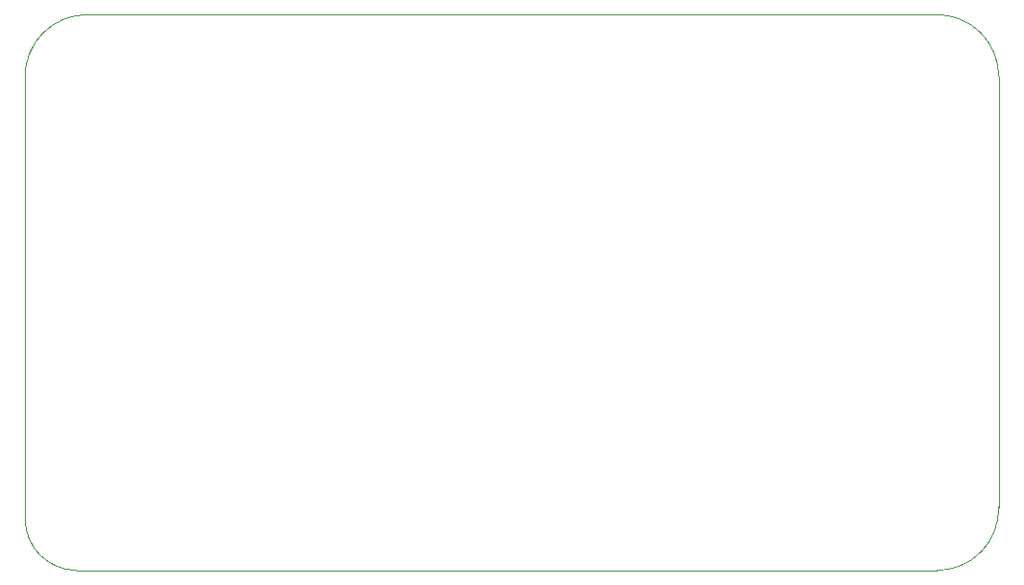
<source format=gbr>
G04 #@! TF.GenerationSoftware,KiCad,Pcbnew,(5.1.4)-1*
G04 #@! TF.CreationDate,2022-10-29T17:17:54+02:00*
G04 #@! TF.ProjectId,quaver-keypad,71756176-6572-42d6-9b65-797061642e6b,rev?*
G04 #@! TF.SameCoordinates,Original*
G04 #@! TF.FileFunction,Legend,Top*
G04 #@! TF.FilePolarity,Positive*
%FSLAX46Y46*%
G04 Gerber Fmt 4.6, Leading zero omitted, Abs format (unit mm)*
G04 Created by KiCad (PCBNEW (5.1.4)-1) date 2022-10-29 17:17:54*
%MOMM*%
%LPD*%
G04 APERTURE LIST*
%ADD10C,0.120000*%
G04 APERTURE END LIST*
D10*
X41021000Y-65151000D02*
G75*
G02X46480710Y-59571311I5459710J118689D01*
G01*
X121420311Y-59564290D02*
X46480710Y-59571311D01*
X41021000Y-104140000D02*
X41021000Y-65151000D01*
X45593000Y-108712000D02*
G75*
G02X41021000Y-104140000I0J4572000D01*
G01*
X121539000Y-108712000D02*
X45593000Y-108712000D01*
X126998710Y-103132311D02*
X127000000Y-65024000D01*
X126998710Y-103132311D02*
G75*
G02X121539000Y-108712000I-5459710J-118689D01*
G01*
X121420311Y-59564290D02*
G75*
G02X127000000Y-65024000I118689J-5459710D01*
G01*
M02*

</source>
